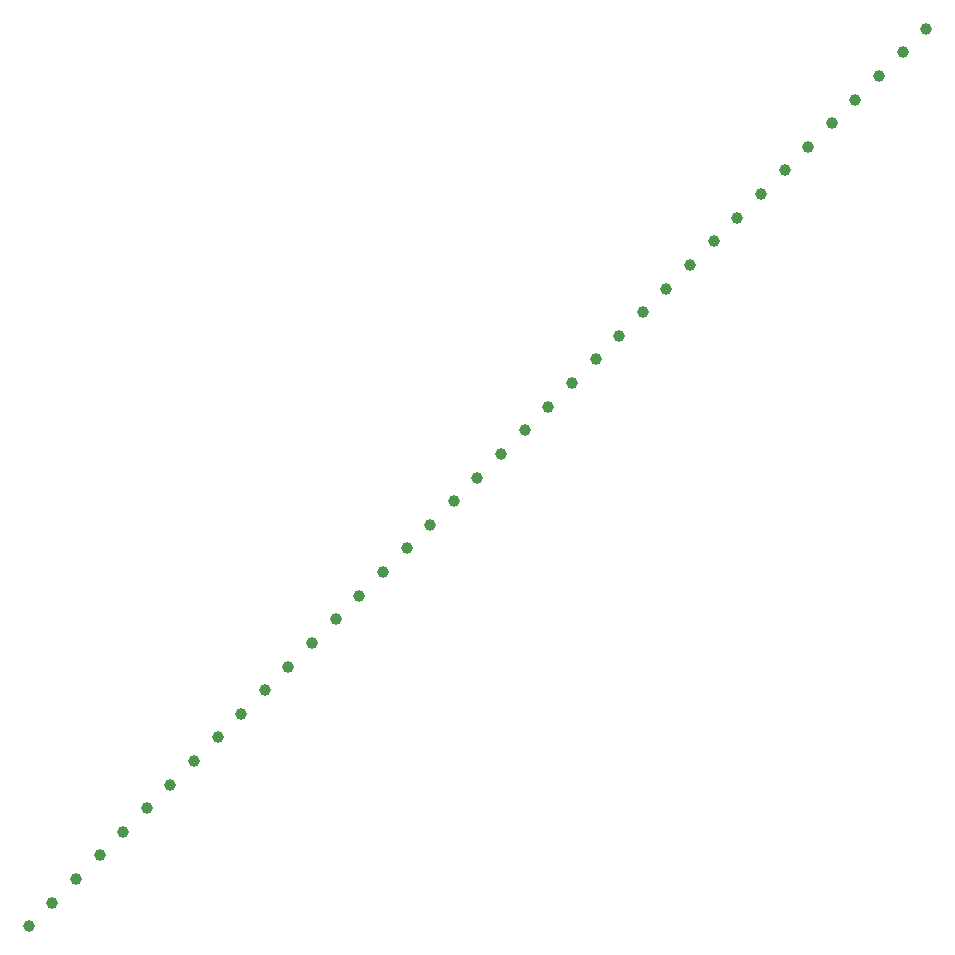
<source format=gbr>
G04 Examples for testing time performance of Gerber parsers*
%FSLAX26Y26*%
%MOMM*%
%ADD10C,1*%
%LPD*%
D10*
X0Y0D03*
X2000000Y2000000D03*
X4000000Y4000000D03*
X6000000Y6000000D03*
X8000000Y8000000D03*
X10000000Y10000000D03*
X12000000Y12000000D03*
X14000000Y14000000D03*
X16000000Y16000000D03*
X18000000Y18000000D03*
X20000000Y20000000D03*
X22000000Y22000000D03*
X24000000Y24000000D03*
X26000000Y26000000D03*
X28000000Y28000000D03*
X30000000Y30000000D03*
X32000000Y32000000D03*
X34000000Y34000000D03*
X36000000Y36000000D03*
X38000000Y38000000D03*
X40000000Y40000000D03*
X42000000Y42000000D03*
X44000000Y44000000D03*
X46000000Y46000000D03*
X48000000Y48000000D03*
X50000000Y50000000D03*
X52000000Y52000000D03*
X54000000Y54000000D03*
X56000000Y56000000D03*
X58000000Y58000000D03*
X60000000Y60000000D03*
X62000000Y62000000D03*
X64000000Y64000000D03*
X66000000Y66000000D03*
X68000000Y68000000D03*
X70000000Y70000000D03*
X72000000Y72000000D03*
X74000000Y74000000D03*
X76000000Y76000000D03*
M02*

</source>
